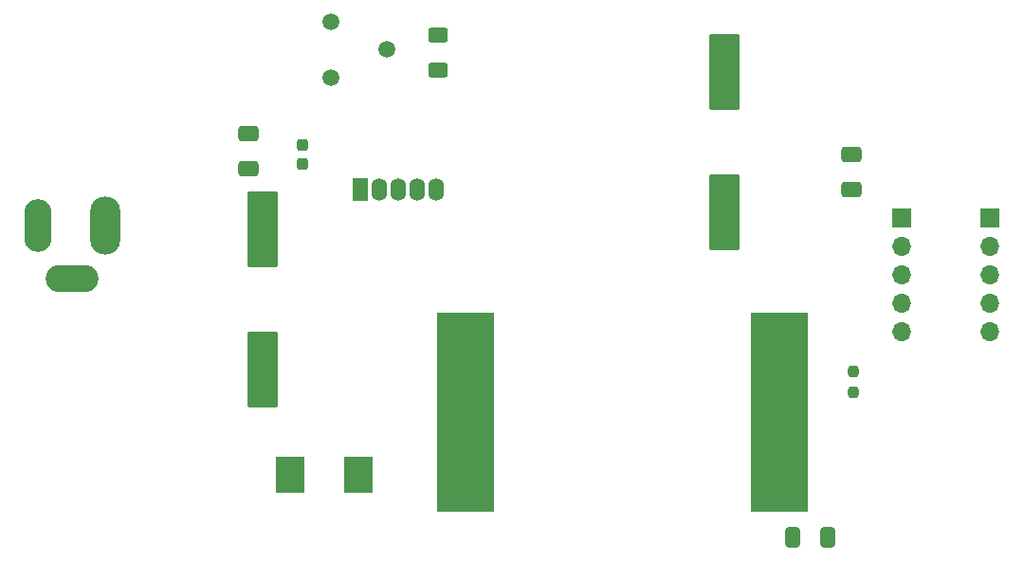
<source format=gbr>
%TF.GenerationSoftware,KiCad,Pcbnew,8.0.7-8.0.7-0~ubuntu20.04.1*%
%TF.CreationDate,2025-01-31T01:02:47+05:30*%
%TF.ProjectId,Buck_Converter_12V_3V3,4275636b-5f43-46f6-9e76-65727465725f,rev?*%
%TF.SameCoordinates,Original*%
%TF.FileFunction,Soldermask,Top*%
%TF.FilePolarity,Negative*%
%FSLAX46Y46*%
G04 Gerber Fmt 4.6, Leading zero omitted, Abs format (unit mm)*
G04 Created by KiCad (PCBNEW 8.0.7-8.0.7-0~ubuntu20.04.1) date 2025-01-31 01:02:47*
%MOMM*%
%LPD*%
G01*
G04 APERTURE LIST*
G04 Aperture macros list*
%AMRoundRect*
0 Rectangle with rounded corners*
0 $1 Rounding radius*
0 $2 $3 $4 $5 $6 $7 $8 $9 X,Y pos of 4 corners*
0 Add a 4 corners polygon primitive as box body*
4,1,4,$2,$3,$4,$5,$6,$7,$8,$9,$2,$3,0*
0 Add four circle primitives for the rounded corners*
1,1,$1+$1,$2,$3*
1,1,$1+$1,$4,$5*
1,1,$1+$1,$6,$7*
1,1,$1+$1,$8,$9*
0 Add four rect primitives between the rounded corners*
20,1,$1+$1,$2,$3,$4,$5,0*
20,1,$1+$1,$4,$5,$6,$7,0*
20,1,$1+$1,$6,$7,$8,$9,0*
20,1,$1+$1,$8,$9,$2,$3,0*%
G04 Aperture macros list end*
%ADD10C,1.498600*%
%ADD11O,2.704000X5.204000*%
%ADD12O,2.454000X4.704000*%
%ADD13O,4.704000X2.454000*%
%ADD14R,1.700000X1.700000*%
%ADD15O,1.700000X1.700000*%
%ADD16R,1.400000X2.000001*%
%ADD17O,1.400000X2.000001*%
%ADD18RoundRect,0.102000X-1.250000X3.250000X-1.250000X-3.250000X1.250000X-3.250000X1.250000X3.250000X0*%
%ADD19RoundRect,0.250000X-0.412500X-0.650000X0.412500X-0.650000X0.412500X0.650000X-0.412500X0.650000X0*%
%ADD20RoundRect,0.250000X0.625000X-0.400000X0.625000X0.400000X-0.625000X0.400000X-0.625000X-0.400000X0*%
%ADD21RoundRect,0.102000X1.250000X-3.250000X1.250000X3.250000X-1.250000X3.250000X-1.250000X-3.250000X0*%
%ADD22RoundRect,0.237500X-0.237500X0.250000X-0.237500X-0.250000X0.237500X-0.250000X0.237500X0.250000X0*%
%ADD23R,5.100000X17.800000*%
%ADD24RoundRect,0.250000X0.650000X-0.412500X0.650000X0.412500X-0.650000X0.412500X-0.650000X-0.412500X0*%
%ADD25R,2.561399X3.180001*%
%ADD26RoundRect,0.237500X0.237500X-0.300000X0.237500X0.300000X-0.237500X0.300000X-0.237500X-0.300000X0*%
G04 APERTURE END LIST*
D10*
%TO.C,RV1*%
X101990000Y-56960000D03*
X106990000Y-59460000D03*
X101990000Y-61959990D03*
%TD*%
D11*
%TO.C,J1*%
X81880000Y-75210000D03*
D12*
X75880000Y-75210000D03*
D13*
X78880000Y-79910000D03*
%TD*%
D14*
%TO.C,J3*%
X160890000Y-74530000D03*
D15*
X160890000Y-77070000D03*
X160890000Y-79610000D03*
X160890000Y-82150000D03*
X160890000Y-84690000D03*
%TD*%
D14*
%TO.C,J2*%
X153020000Y-74530000D03*
D15*
X153020000Y-77070000D03*
X153020000Y-79610000D03*
X153020000Y-82150000D03*
X153020000Y-84690000D03*
%TD*%
D16*
%TO.C,U1*%
X104659999Y-72010000D03*
D17*
X106359999Y-72010000D03*
X108060000Y-72010000D03*
X109759999Y-72010000D03*
X111459999Y-72010000D03*
%TD*%
D18*
%TO.C,C1*%
X95950000Y-75520000D03*
X95950000Y-88020000D03*
%TD*%
D19*
%TO.C,C4*%
X143275000Y-103070000D03*
X146400000Y-103070000D03*
%TD*%
D20*
%TO.C,R1*%
X111580000Y-61310000D03*
X111580000Y-58210000D03*
%TD*%
D21*
%TO.C,C5*%
X137120000Y-73970000D03*
X137120000Y-61470000D03*
%TD*%
D22*
%TO.C,C6*%
X148640000Y-90080000D03*
X148640000Y-88255000D03*
%TD*%
D23*
%TO.C,L1*%
X114050000Y-91850000D03*
X142050000Y-91850000D03*
%TD*%
D24*
%TO.C,C3*%
X94660000Y-70110000D03*
X94660000Y-66985000D03*
%TD*%
%TO.C,C7*%
X148480000Y-71945000D03*
X148480000Y-68820000D03*
%TD*%
D25*
%TO.C,D1*%
X104480000Y-97490000D03*
X98403400Y-97490000D03*
%TD*%
D26*
%TO.C,C2*%
X99500000Y-69725000D03*
X99500000Y-68000000D03*
%TD*%
M02*

</source>
